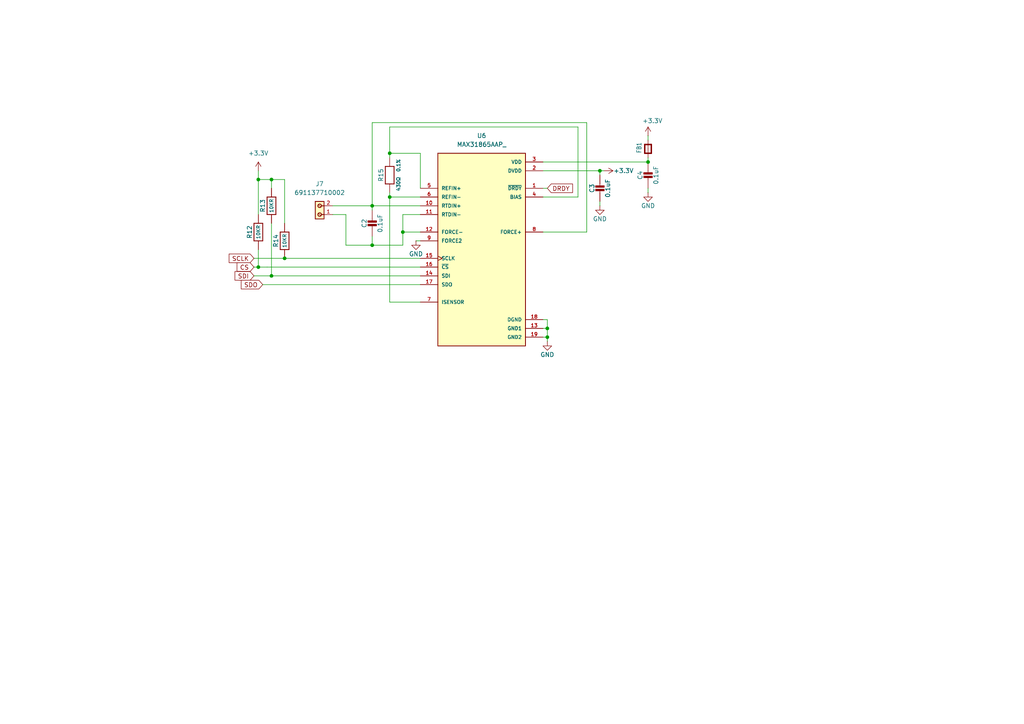
<source format=kicad_sch>
(kicad_sch (version 20231120) (generator "eeschema") (generator_version "8.0")
  (paper "A4")
  (lib_symbols
    (symbol "691137710002:691137710002" (pin_names (offset 1.016))
      (property "Reference" "J" (at -4.88 -0.922 0))
      (property "Value" "691137710002" (at -4.83 -2.58 0))
      (symbol "691137710002_0_0"
        (rectangle (start -3.81 -2.54) (end 1.27 0) (stroke (width 0.254)) (fill (type background)))
        (circle (center -2.54 -1.27) (radius 0.508) (stroke (width 0.254)))
        (circle (center 0 -1.27) (radius 0.508) (stroke (width 0.254)))
        (polyline (pts (xy -2.54 -1.778) (xy -2.54 -2.54)) (stroke (width 0.254)))
        (polyline (pts (xy -2.286 -1.016) (xy -2.794 -1.524)) (stroke (width 0.1524)))
        (polyline (pts (xy 0 -1.778) (xy 0 -2.54)) (stroke (width 0.254)))
        (polyline (pts (xy 0.254 -1.016) (xy -0.254 -1.524)) (stroke (width 0.1524)))
        (pin passive line (at -2.54 -5.08 90) (length 2.54) (name "~") (number "1"))
        (pin passive line (at 0 -5.08 90) (length 2.54) (name "~") (number "2"))
      )
    )
    (symbol "Adafruit MAX31865-eagle-import:CAP_CERAMIC0805-NOOUTLINE"
      (property "Reference" "C" (at -2.29 1.25 90))
      (symbol "CAP_CERAMIC0805-NOOUTLINE_1_0"
        (rectangle (start -1.27 0.508) (end 1.27 1.016) (fill (type outline)))
        (rectangle (start -1.27 1.524) (end 1.27 2.032) (fill (type outline)))
        (polyline (pts (xy 0 0.762) (xy 0 0)) (stroke (width 0.1524)))
        (polyline (pts (xy 0 2.54) (xy 0 1.778)) (stroke (width 0.1524)))
        (pin passive line (at 0 5.08 270) (length 2.54) (name "1") (number "1"))
        (pin passive line (at 0 -2.54 90) (length 2.54) (name "2") (number "2"))
      )
    )
    (symbol "Adafruit MAX31865-eagle-import:FERRITE-0805NO"
      (property "Reference" "FB" (at -1.27 1.905 0))
      (symbol "FERRITE-0805NO_1_0"
        (polyline (pts (xy -1.27 -0.9525) (xy -1.27 0.9525)) (stroke (width 0.4064)))
        (polyline (pts (xy -1.27 0.9525) (xy 1.27 0.9525)) (stroke (width 0.4064)))
        (polyline (pts (xy 1.27 -0.9525) (xy -1.27 -0.9525)) (stroke (width 0.4064)))
        (polyline (pts (xy 1.27 0.9525) (xy 1.27 -0.9525)) (stroke (width 0.4064)))
        (pin passive line (at -2.54 0 0) (length 2.54) (name "P$1") (number "1"))
        (pin passive line (at 2.54 0 180) (length 2.54) (name "P$2") (number "2"))
      )
    )
    (symbol "Adafruit MAX31865-eagle-import:RESISTOR0805_NOOUTLINE"
      (property "Reference" "R" (at 0 2.54 0))
      (symbol "RESISTOR0805_NOOUTLINE_1_0"
        (polyline (pts (xy -2.54 -1.27) (xy -2.54 1.27)) (stroke (width 0.254)))
        (polyline (pts (xy -2.54 1.27) (xy 2.54 1.27)) (stroke (width 0.254)))
        (polyline (pts (xy 2.54 -1.27) (xy -2.54 -1.27)) (stroke (width 0.254)))
        (polyline (pts (xy 2.54 1.27) (xy 2.54 -1.27)) (stroke (width 0.254)))
        (pin passive line (at -5.08 0 0) (length 2.54) (name "1") (number "1"))
        (pin passive line (at 5.08 0 180) (length 2.54) (name "2") (number "2"))
      )
    )
    (symbol "MAX31865AAP_:MAX31865AAP_" (pin_names (offset 1.016))
      (property "Reference" "U" (at -12.7 25.4 0))
      (property "Value" "MAX31865AAP_" (at -12.7 -33.02 0))
      (symbol "MAX31865AAP__0_0"
        (rectangle (start -12.7 25.4) (end 12.7 -30.48) (stroke (width 0.254)) (fill (type background)))
        (pin output line (at 17.78 15.24 180) (length 5.08) (name "~{DRDY}") (number "1"))
        (pin input line (at -17.78 10.16 0) (length 5.08) (name "RTDIN+") (number "10"))
        (pin input line (at -17.78 7.62 0) (length 5.08) (name "RTDIN-") (number "11"))
        (pin input line (at -17.78 2.54 0) (length 5.08) (name "FORCE-") (number "12"))
        (pin input line (at -17.78 -10.16 0) (length 5.08) (name "SDI") (number "14"))
        (pin input clock (at -17.78 -5.08 0) (length 5.08) (name "SCLK") (number "15"))
        (pin input line (at -17.78 -7.62 0) (length 5.08) (name "~{CS}") (number "16"))
        (pin output line (at -17.78 -12.7 0) (length 5.08) (name "SDO") (number "17"))
        (pin power_in line (at 17.78 -22.86 180) (length 5.08) (name "DGND") (number "18"))
        (pin power_in line (at 17.78 20.32 180) (length 5.08) (name "DVDD") (number "2"))
        (pin power_in line (at 17.78 22.86 180) (length 5.08) (name "VDD") (number "3"))
        (pin output line (at 17.78 12.7 180) (length 5.08) (name "BIAS") (number "4"))
        (pin input line (at -17.78 15.24 0) (length 5.08) (name "REFIN+") (number "5"))
        (pin input line (at -17.78 12.7 0) (length 5.08) (name "REFIN-") (number "6"))
        (pin input line (at -17.78 -17.78 0) (length 5.08) (name "ISENSOR") (number "7"))
        (pin output line (at 17.78 2.54 180) (length 5.08) (name "FORCE+") (number "8"))
        (pin input line (at -17.78 0 0) (length 5.08) (name "FORCE2") (number "9"))
      )
      (symbol "MAX31865AAP__1_0"
        (pin power_in line (at 17.78 -25.4 180) (length 5.08) (name "GND1") (number "13"))
        (pin power_in line (at 17.78 -27.94 180) (length 5.08) (name "GND2") (number "19"))
        (pin no_connect line (at 17.78 -16.51 180) (length 5.08) hide (name "NC") (number "20"))
      )
    )
    (symbol "power:+5V" (power) (pin_numbers hide) (pin_names (offset 0) hide)
      (property "Value" "+5V" (at 0 3.556 0))
      (symbol "+5V_0_1"
        (polyline (pts (xy -0.762 1.27) (xy 0 2.54)))
        (polyline (pts (xy 0 0) (xy 0 2.54)))
        (polyline (pts (xy 0 2.54) (xy 0.762 1.27)))
      )
      (symbol "+5V_1_1"
        (pin power_in line (at 0 0 90) (length 0) (name "~") (number "1"))
      )
    )
    (symbol "power:GND" (power) (pin_numbers hide) (pin_names (offset 0) hide)
      (property "Value" "GND" (at 0 -3.81 0))
      (symbol "GND_0_1"
        (polyline (pts (xy 0 0) (xy 0 -1.27) (xy 1.27 -1.27) (xy 0 -2.54) (xy -1.27 -1.27) (xy 0 -1.27)))
      )
      (symbol "GND_1_1"
        (pin power_in line (at 0 0 270) (length 0) (name "~") (number "1"))
      )
    )
  )
  (junction (at 113.03 44.45))
  (junction (at 173.99 49.53))
  (junction (at 158.75 97.79))
  (junction (at 74.93 77.47))
  (junction (at 107.95 71.12))
  (junction (at 107.95 59.69))
  (junction (at 74.93 52.07))
  (junction (at 78.74 80.01))
  (junction (at 116.84 67.31))
  (junction (at 82.55 74.93))
  (junction (at 187.96 46.99))
  (junction (at 113.03 57.15))
  (junction (at 78.74 52.07))
  (junction (at 158.75 95.25))
  (wire (pts (xy 74.93 52.07) (xy 78.74 52.07)) (stroke (width 0.1524)))
  (wire (pts (xy 113.03 36.83) (xy 113.03 44.45)))
  (wire (pts (xy 78.74 80.01) (xy 121.92 80.01)) (stroke (width 0.1524)))
  (wire (pts (xy 170.18 67.31) (xy 170.18 35.56)))
  (wire (pts (xy 175.26 49.53) (xy 173.99 49.53)))
  (wire (pts (xy 78.74 80.01) (xy 78.74 64.77)) (stroke (width 0.1524)))
  (wire (pts (xy 77.47 77.47) (xy 121.92 77.47)))
  (wire (pts (xy 157.48 49.53) (xy 173.99 49.53)))
  (wire (pts (xy 107.95 59.69) (xy 121.92 59.69)))
  (wire (pts (xy 73.66 77.47) (xy 74.93 77.47)) (stroke (width 0.1524)))
  (wire (pts (xy 167.64 57.15) (xy 167.64 36.83)))
  (wire (pts (xy 113.03 36.83) (xy 167.64 36.83)))
  (wire (pts (xy 187.96 54.61) (xy 187.96 55.88)) (stroke (width 0.1524)))
  (wire (pts (xy 82.55 74.93) (xy 121.92 74.93)) (stroke (width 0.1524)))
  (wire (pts (xy 100.33 62.23) (xy 100.33 71.12)))
  (wire (pts (xy 107.95 59.69) (xy 107.95 60.96)))
  (wire (pts (xy 157.48 67.31) (xy 170.18 67.31)))
  (wire (pts (xy 107.95 68.58) (xy 107.95 71.12)))
  (wire (pts (xy 170.18 35.56) (xy 107.95 35.56)))
  (wire (pts (xy 96.52 62.23) (xy 100.33 62.23)))
  (wire (pts (xy 157.48 97.79) (xy 158.75 97.79)) (stroke (width 0.1524)))
  (wire (pts (xy 121.92 57.15) (xy 113.03 57.15)))
  (wire (pts (xy 173.99 50.8) (xy 173.99 49.53)) (stroke (width 0.1524)))
  (wire (pts (xy 157.48 46.99) (xy 187.96 46.99)))
  (wire (pts (xy 76.2 82.55) (xy 121.92 82.55)) (stroke (width 0.1524)))
  (wire (pts (xy 74.93 77.47) (xy 74.93 72.39)) (stroke (width 0.1524)))
  (wire (pts (xy 158.75 92.71) (xy 157.48 92.71)) (stroke (width 0.1524)))
  (wire (pts (xy 157.48 95.25) (xy 158.75 95.25)) (stroke (width 0.1524)))
  (wire (pts (xy 107.95 71.12) (xy 116.84 71.12)))
  (wire (pts (xy 78.74 52.07) (xy 82.55 52.07)) (stroke (width 0.1524)))
  (wire (pts (xy 73.66 80.01) (xy 78.74 80.01)) (stroke (width 0.1524)))
  (wire (pts (xy 173.99 58.42) (xy 173.99 59.69)) (stroke (width 0.1524)))
  (wire (pts (xy 113.03 55.88) (xy 113.03 57.15)))
  (wire (pts (xy 158.75 99.06) (xy 158.75 97.79)) (stroke (width 0.1524)))
  (wire (pts (xy 74.93 49.53) (xy 74.93 52.07)) (stroke (width 0.1524)))
  (wire (pts (xy 100.33 71.12) (xy 107.95 71.12)))
  (wire (pts (xy 82.55 52.07) (xy 82.55 64.77)) (stroke (width 0.1524)))
  (wire (pts (xy 113.03 87.63) (xy 113.03 57.15)))
  (wire (pts (xy 121.92 62.23) (xy 116.84 62.23)))
  (wire (pts (xy 113.03 44.45) (xy 113.03 45.72)))
  (wire (pts (xy 116.84 71.12) (xy 116.84 67.31)))
  (wire (pts (xy 120.65 69.85) (xy 121.92 69.85)))
  (wire (pts (xy 157.48 54.61) (xy 158.75 54.61)) (stroke (width 0.1524)))
  (wire (pts (xy 116.84 62.23) (xy 116.84 67.31)))
  (wire (pts (xy 116.84 67.31) (xy 121.92 67.31)))
  (wire (pts (xy 77.47 77.47) (xy 74.93 77.47)) (stroke (width 0.1524)))
  (wire (pts (xy 96.52 59.69) (xy 107.95 59.69)))
  (wire (pts (xy 113.03 44.45) (xy 121.92 44.45)))
  (wire (pts (xy 73.66 74.93) (xy 82.55 74.93)) (stroke (width 0.1524)))
  (wire (pts (xy 74.93 52.07) (xy 74.93 62.23)) (stroke (width 0.1524)))
  (wire (pts (xy 121.92 54.61) (xy 121.92 44.45)))
  (wire (pts (xy 158.75 95.25) (xy 158.75 92.71)) (stroke (width 0.1524)))
  (wire (pts (xy 78.74 52.07) (xy 78.74 54.61)))
  (wire (pts (xy 157.48 57.15) (xy 167.64 57.15)))
  (wire (pts (xy 107.95 35.56) (xy 107.95 59.69)))
  (wire (pts (xy 187.96 45.72) (xy 187.96 46.99)))
  (wire (pts (xy 158.75 97.79) (xy 158.75 95.25)) (stroke (width 0.1524)))
  (wire (pts (xy 121.92 87.63) (xy 113.03 87.63)))
  (wire (pts (xy 187.96 39.37) (xy 187.96 40.64)) (stroke (width 0.1524)))
  (global_label "SDO" (shape input) (at 76.2 82.55 180) (property "Intersheetrefs" "${INTERSHEET_REFS}" (effects (hide yes))))
  (global_label "CS" (shape input) (at 73.66 77.47 180) (property "Intersheetrefs" "${INTERSHEET_REFS}" (effects (hide yes))))
  (global_label "DRDY" (shape input) (at 158.75 54.61 0) (property "Intersheetrefs" "${INTERSHEET_REFS}" (effects (hide yes))))
  (global_label "SCLK" (shape input) (at 73.66 74.93 180) (property "Intersheetrefs" "${INTERSHEET_REFS}" (effects (hide yes))))
  (global_label "SDI" (shape input) (at 73.66 80.01 180) (property "Intersheetrefs" "${INTERSHEET_REFS}" (effects (hide yes))))
  (symbol (lib_id "Adafruit MAX31865-eagle-import:CAP_CERAMIC0805-NOOUTLINE") (at 173.99 55.88 0) (unit 1)
    (property "Reference" "C3" (at 171.7 54.63 90))
    (property "Value" "0.1uF" (at 176.29 54.63 90))
    (property "Footprint" "Capacitor_SMD:C_0805_2012Metric_Pad1.18x1.45mm_HandSolder" (effects (hide yes)))
    (property "DIGIKEY_PN" "311-1140-1-ND" (effects (hide yes)))
  )
  (symbol (lib_id "691137710002:691137710002") (at 91.44 59.69 90) (unit 1)
    (property "Reference" "J7" (at 92.71 53.34 90))
    (property "Value" "691137710002" (at 92.71 55.88 90))
    (property "Footprint" "footprints:691137710002" (effects (hide yes)))
    (property "DIGIKEY_PN" "732-10955-ND" (effects (hide yes)))
  )
  (symbol (lib_id "power:GND") (at 173.99 59.69 0) (unit 1)
    (property "Reference" "#PWR20" (effects (hide yes)))
    (property "Value" "GND" (at 173.99 63.5 0))
    (property "Description" "Power symbol creates a global label with name \"GND\" , ground" (effects (hide yes)))
  )
  (symbol (lib_id "Adafruit MAX31865-eagle-import:CAP_CERAMIC0805-NOOUTLINE") (at 187.96 52.07 0) (unit 1)
    (property "Reference" "C4" (at 185.67 50.82 90))
    (property "Value" "0.1uF" (at 190.26 50.82 90))
    (property "Footprint" "Capacitor_SMD:C_0805_2012Metric_Pad1.18x1.45mm_HandSolder" (effects (hide yes)))
    (property "DIGIKEY_PN" "311-1140-1-ND" (effects (hide yes)))
  )
  (symbol (lib_id "Adafruit MAX31865-eagle-import:RESISTOR0805_NOOUTLINE") (at 74.93 67.31 90) (unit 1)
    (property "Reference" "R12" (at 72.39 67.31 0))
    (property "Value" "10KR" (at 74.93 67.31 0) (effects (font (size 1.016 1.016) (thickness 0.127))))
    (property "Footprint" "Resistor_SMD:R_0805_2012Metric_Pad1.20x1.40mm_HandSolder" (effects (hide yes)))
    (property "DIGIKEY_PN" "311-10KARCT-ND" (effects (hide yes)))
  )
  (symbol (lib_id "Adafruit MAX31865-eagle-import:RESISTOR0805_NOOUTLINE") (at 82.55 69.85 90) (unit 1)
    (property "Reference" "R14" (at 80.01 69.85 0))
    (property "Value" "10KR" (at 82.55 69.85 0) (effects (font (size 1.016 1.016) (thickness 0.127))))
    (property "Footprint" "Resistor_SMD:R_0805_2012Metric_Pad1.20x1.40mm_HandSolder" (effects (hide yes)))
    (property "DIGIKEY_PN" "311-10KARCT-ND" (effects (hide yes)))
  )
  (symbol (lib_id "power:GND") (at 158.75 99.06 0) (unit 1)
    (property "Reference" "#PWR19" (effects (hide yes)))
    (property "Value" "GND" (at 158.75 102.87 0))
    (property "Description" "Power symbol creates a global label with name \"GND\" , ground" (effects (hide yes)))
  )
  (symbol (lib_id "Adafruit MAX31865-eagle-import:RESISTOR0805_NOOUTLINE") (at 78.74 59.69 90) (unit 1)
    (property "Reference" "R13" (at 76.2 59.69 0))
    (property "Value" "10KR" (at 78.74 59.69 0) (effects (font (size 1.016 1.016) (thickness 0.127))))
    (property "Footprint" "Resistor_SMD:R_0805_2012Metric_Pad1.20x1.40mm_HandSolder" (effects (hide yes)))
    (property "DIGIKEY_PN" "311-10KARCT-ND" (effects (hide yes)))
  )
  (symbol (lib_id "power:+5V") (at 175.26 49.53 270) (unit 1)
    (property "Reference" "#PWR21" (effects (hide yes)))
    (property "Value" "+3.3V" (at 180.848 49.53 90))
    (property "Description" "Power symbol creates a global label with name \"+5V\"" (effects (hide yes)))
  )
  (symbol (lib_id "Adafruit MAX31865-eagle-import:RESISTOR0805_NOOUTLINE") (at 113.03 50.8 90) (unit 1)
    (property "Reference" "R15" (at 110.49 50.8 0))
    (property "Value" "430Ω  0.1%" (at 115.57 50.8 0) (effects (font (size 1.016 1.016) (thickness 0.2032) (bold yes))))
    (property "Footprint" "Resistor_SMD:R_0805_2012Metric_Pad1.20x1.40mm_HandSolder" (effects (hide yes)))
    (property "DIGIKEY_PN" "YAG1896CT-ND" (effects (hide yes)))
  )
  (symbol (lib_id "Adafruit MAX31865-eagle-import:FERRITE-0805NO") (at 187.96 43.18 90) (unit 1)
    (property "Reference" "FB1" (at 186.055 44.45 0) (effects (font (size 1.27 1.0795)) (justify left bottom)))
    (property "Value" "FERRITE-0805NO" (effects (hide yes)))
    (property "Footprint" "Resistor_SMD:R_0805_2012Metric_Pad1.20x1.40mm_HandSolder" (effects (hide yes)))
    (property "DIGIKEY_PN" "490-1053-1-ND" (effects (hide yes)))
  )
  (symbol (lib_id "power:+5V") (at 74.93 49.53 0) (unit 1)
    (property "Reference" "#PWR17" (effects (hide yes)))
    (property "Value" "+3.3V" (at 74.93 44.45 0))
    (property "Description" "Power symbol creates a global label with name \"+5V\"" (effects (hide yes)))
  )
  (symbol (lib_id "power:GND") (at 120.65 69.85 0) (unit 1)
    (property "Reference" "#PWR18" (effects (hide yes)))
    (property "Value" "GND" (at 120.65 73.66 0))
    (property "Description" "Power symbol creates a global label with name \"GND\" , ground" (effects (hide yes)))
  )
  (symbol (lib_id "Adafruit MAX31865-eagle-import:CAP_CERAMIC0805-NOOUTLINE") (at 107.95 66.04 0) (unit 1)
    (property "Reference" "C2" (at 105.66 64.79 90))
    (property "Value" "0.1uF" (at 110.25 64.79 90))
    (property "Footprint" "Capacitor_SMD:C_0805_2012Metric_Pad1.18x1.45mm_HandSolder" (effects (hide yes)))
    (property "DIGIKEY_PN" "311-1140-1-ND" (effects (hide yes)))
  )
  (symbol (lib_id "power:+5V") (at 187.96 39.37 0) (unit 1)
    (property "Reference" "#PWR22" (effects (hide yes)))
    (property "Value" "+3.3V" (at 189.23 35.052 0))
    (property "Description" "Power symbol creates a global label with name \"+5V\"" (effects (hide yes)))
  )
  (symbol (lib_id "MAX31865AAP_:MAX31865AAP_") (at 139.7 69.85 0) (unit 1)
    (property "Reference" "U6" (at 139.7 39.37 0))
    (property "Value" "MAX31865AAP_" (at 139.7 41.91 0))
    (property "Footprint" "footprints:SOP65P777X199-20N" (effects (hide yes)))
    (property "Description" "Rtd To Digital Converter In Ssop" (effects (hide yes)))
    (property "MF" "Maxim Integrated" (effects (hide yes)))
    (property "DESCRIPTION" "Rtd To Digital Converter In Ssop" (effects (hide yes)))
    (property "PACKAGE" "SSOP-20 Maxim" (effects (hide yes)))
    (property "PRICE" "None" (effects (hide yes)))
    (property "MP" "MAX31865AAP+" (effects (hide yes)))
    (property "AVAILABILITY" "Unavailable" (effects (hide yes)))
    (property "DIGIKEY_PN" "MAX31865AAP+-ND" (effects (hide yes)))
  )
  (symbol (lib_id "power:GND") (at 187.96 55.88 0) (unit 1)
    (property "Reference" "#PWR23" (effects (hide yes)))
    (property "Value" "GND" (at 187.96 59.69 0))
    (property "Description" "Power symbol creates a global label with name \"GND\" , ground" (effects (hide yes)))
  )
)
</source>
